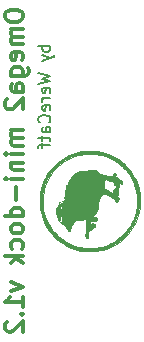
<source format=gbo>
G04 #@! TF.FileFunction,Legend,Bot*
%FSLAX46Y46*%
G04 Gerber Fmt 4.6, Leading zero omitted, Abs format (unit mm)*
G04 Created by KiCad (PCBNEW 4.0.5) date 02/24/17 16:37:27*
%MOMM*%
%LPD*%
G01*
G04 APERTURE LIST*
%ADD10C,0.100000*%
%ADD11C,0.200000*%
%ADD12C,0.300000*%
%ADD13C,0.010000*%
G04 APERTURE END LIST*
D10*
D11*
X121102381Y-102441904D02*
X120102381Y-102441904D01*
X120483333Y-102441904D02*
X120435714Y-102537142D01*
X120435714Y-102727619D01*
X120483333Y-102822857D01*
X120530952Y-102870476D01*
X120626190Y-102918095D01*
X120911905Y-102918095D01*
X121007143Y-102870476D01*
X121054762Y-102822857D01*
X121102381Y-102727619D01*
X121102381Y-102537142D01*
X121054762Y-102441904D01*
X120435714Y-103251428D02*
X121102381Y-103489523D01*
X120435714Y-103727619D02*
X121102381Y-103489523D01*
X121340476Y-103394285D01*
X121388095Y-103346666D01*
X121435714Y-103251428D01*
X120102381Y-104775238D02*
X121102381Y-105013333D01*
X120388095Y-105203810D01*
X121102381Y-105394286D01*
X120102381Y-105632381D01*
X121054762Y-106394286D02*
X121102381Y-106299048D01*
X121102381Y-106108571D01*
X121054762Y-106013333D01*
X120959524Y-105965714D01*
X120578571Y-105965714D01*
X120483333Y-106013333D01*
X120435714Y-106108571D01*
X120435714Y-106299048D01*
X120483333Y-106394286D01*
X120578571Y-106441905D01*
X120673810Y-106441905D01*
X120769048Y-105965714D01*
X121102381Y-106870476D02*
X120435714Y-106870476D01*
X120626190Y-106870476D02*
X120530952Y-106918095D01*
X120483333Y-106965714D01*
X120435714Y-107060952D01*
X120435714Y-107156191D01*
X121054762Y-107870477D02*
X121102381Y-107775239D01*
X121102381Y-107584762D01*
X121054762Y-107489524D01*
X120959524Y-107441905D01*
X120578571Y-107441905D01*
X120483333Y-107489524D01*
X120435714Y-107584762D01*
X120435714Y-107775239D01*
X120483333Y-107870477D01*
X120578571Y-107918096D01*
X120673810Y-107918096D01*
X120769048Y-107441905D01*
X121007143Y-108918096D02*
X121054762Y-108870477D01*
X121102381Y-108727620D01*
X121102381Y-108632382D01*
X121054762Y-108489524D01*
X120959524Y-108394286D01*
X120864286Y-108346667D01*
X120673810Y-108299048D01*
X120530952Y-108299048D01*
X120340476Y-108346667D01*
X120245238Y-108394286D01*
X120150000Y-108489524D01*
X120102381Y-108632382D01*
X120102381Y-108727620D01*
X120150000Y-108870477D01*
X120197619Y-108918096D01*
X121102381Y-109775239D02*
X120578571Y-109775239D01*
X120483333Y-109727620D01*
X120435714Y-109632382D01*
X120435714Y-109441905D01*
X120483333Y-109346667D01*
X121054762Y-109775239D02*
X121102381Y-109680001D01*
X121102381Y-109441905D01*
X121054762Y-109346667D01*
X120959524Y-109299048D01*
X120864286Y-109299048D01*
X120769048Y-109346667D01*
X120721429Y-109441905D01*
X120721429Y-109680001D01*
X120673810Y-109775239D01*
X120435714Y-110108572D02*
X120435714Y-110489524D01*
X120102381Y-110251429D02*
X120959524Y-110251429D01*
X121054762Y-110299048D01*
X121102381Y-110394286D01*
X121102381Y-110489524D01*
X120435714Y-110680001D02*
X120435714Y-111060953D01*
X121102381Y-110822858D02*
X120245238Y-110822858D01*
X120150000Y-110870477D01*
X120102381Y-110965715D01*
X120102381Y-111060953D01*
D12*
X117288571Y-99744286D02*
X117288571Y-100030000D01*
X117360000Y-100172858D01*
X117502857Y-100315715D01*
X117788571Y-100387143D01*
X118288571Y-100387143D01*
X118574286Y-100315715D01*
X118717143Y-100172858D01*
X118788571Y-100030000D01*
X118788571Y-99744286D01*
X118717143Y-99601429D01*
X118574286Y-99458572D01*
X118288571Y-99387143D01*
X117788571Y-99387143D01*
X117502857Y-99458572D01*
X117360000Y-99601429D01*
X117288571Y-99744286D01*
X118788571Y-101030001D02*
X117788571Y-101030001D01*
X117931429Y-101030001D02*
X117860000Y-101101429D01*
X117788571Y-101244287D01*
X117788571Y-101458572D01*
X117860000Y-101601429D01*
X118002857Y-101672858D01*
X118788571Y-101672858D01*
X118002857Y-101672858D02*
X117860000Y-101744287D01*
X117788571Y-101887144D01*
X117788571Y-102101429D01*
X117860000Y-102244287D01*
X118002857Y-102315715D01*
X118788571Y-102315715D01*
X118717143Y-103601429D02*
X118788571Y-103458572D01*
X118788571Y-103172858D01*
X118717143Y-103030001D01*
X118574286Y-102958572D01*
X118002857Y-102958572D01*
X117860000Y-103030001D01*
X117788571Y-103172858D01*
X117788571Y-103458572D01*
X117860000Y-103601429D01*
X118002857Y-103672858D01*
X118145714Y-103672858D01*
X118288571Y-102958572D01*
X117788571Y-104958572D02*
X119002857Y-104958572D01*
X119145714Y-104887143D01*
X119217143Y-104815715D01*
X119288571Y-104672858D01*
X119288571Y-104458572D01*
X119217143Y-104315715D01*
X118717143Y-104958572D02*
X118788571Y-104815715D01*
X118788571Y-104530001D01*
X118717143Y-104387143D01*
X118645714Y-104315715D01*
X118502857Y-104244286D01*
X118074286Y-104244286D01*
X117931429Y-104315715D01*
X117860000Y-104387143D01*
X117788571Y-104530001D01*
X117788571Y-104815715D01*
X117860000Y-104958572D01*
X118788571Y-106315715D02*
X118002857Y-106315715D01*
X117860000Y-106244286D01*
X117788571Y-106101429D01*
X117788571Y-105815715D01*
X117860000Y-105672858D01*
X118717143Y-106315715D02*
X118788571Y-106172858D01*
X118788571Y-105815715D01*
X118717143Y-105672858D01*
X118574286Y-105601429D01*
X118431429Y-105601429D01*
X118288571Y-105672858D01*
X118217143Y-105815715D01*
X118217143Y-106172858D01*
X118145714Y-106315715D01*
X117431429Y-106958572D02*
X117360000Y-107030001D01*
X117288571Y-107172858D01*
X117288571Y-107530001D01*
X117360000Y-107672858D01*
X117431429Y-107744287D01*
X117574286Y-107815715D01*
X117717143Y-107815715D01*
X117931429Y-107744287D01*
X118788571Y-106887144D01*
X118788571Y-107815715D01*
X118788571Y-109601429D02*
X117788571Y-109601429D01*
X117931429Y-109601429D02*
X117860000Y-109672857D01*
X117788571Y-109815715D01*
X117788571Y-110030000D01*
X117860000Y-110172857D01*
X118002857Y-110244286D01*
X118788571Y-110244286D01*
X118002857Y-110244286D02*
X117860000Y-110315715D01*
X117788571Y-110458572D01*
X117788571Y-110672857D01*
X117860000Y-110815715D01*
X118002857Y-110887143D01*
X118788571Y-110887143D01*
X118788571Y-111601429D02*
X117788571Y-111601429D01*
X117288571Y-111601429D02*
X117360000Y-111530000D01*
X117431429Y-111601429D01*
X117360000Y-111672857D01*
X117288571Y-111601429D01*
X117431429Y-111601429D01*
X117788571Y-112315715D02*
X118788571Y-112315715D01*
X117931429Y-112315715D02*
X117860000Y-112387143D01*
X117788571Y-112530001D01*
X117788571Y-112744286D01*
X117860000Y-112887143D01*
X118002857Y-112958572D01*
X118788571Y-112958572D01*
X118788571Y-113672858D02*
X117788571Y-113672858D01*
X117288571Y-113672858D02*
X117360000Y-113601429D01*
X117431429Y-113672858D01*
X117360000Y-113744286D01*
X117288571Y-113672858D01*
X117431429Y-113672858D01*
X118217143Y-114387144D02*
X118217143Y-115530001D01*
X118788571Y-116887144D02*
X117288571Y-116887144D01*
X118717143Y-116887144D02*
X118788571Y-116744287D01*
X118788571Y-116458573D01*
X118717143Y-116315715D01*
X118645714Y-116244287D01*
X118502857Y-116172858D01*
X118074286Y-116172858D01*
X117931429Y-116244287D01*
X117860000Y-116315715D01*
X117788571Y-116458573D01*
X117788571Y-116744287D01*
X117860000Y-116887144D01*
X118788571Y-117815716D02*
X118717143Y-117672858D01*
X118645714Y-117601430D01*
X118502857Y-117530001D01*
X118074286Y-117530001D01*
X117931429Y-117601430D01*
X117860000Y-117672858D01*
X117788571Y-117815716D01*
X117788571Y-118030001D01*
X117860000Y-118172858D01*
X117931429Y-118244287D01*
X118074286Y-118315716D01*
X118502857Y-118315716D01*
X118645714Y-118244287D01*
X118717143Y-118172858D01*
X118788571Y-118030001D01*
X118788571Y-117815716D01*
X118717143Y-119601430D02*
X118788571Y-119458573D01*
X118788571Y-119172859D01*
X118717143Y-119030001D01*
X118645714Y-118958573D01*
X118502857Y-118887144D01*
X118074286Y-118887144D01*
X117931429Y-118958573D01*
X117860000Y-119030001D01*
X117788571Y-119172859D01*
X117788571Y-119458573D01*
X117860000Y-119601430D01*
X118788571Y-120244287D02*
X117288571Y-120244287D01*
X118217143Y-120387144D02*
X118788571Y-120815715D01*
X117788571Y-120815715D02*
X118360000Y-120244287D01*
X117788571Y-122458573D02*
X118788571Y-122815716D01*
X117788571Y-123172858D01*
X118788571Y-124530001D02*
X118788571Y-123672858D01*
X118788571Y-124101430D02*
X117288571Y-124101430D01*
X117502857Y-123958573D01*
X117645714Y-123815715D01*
X117717143Y-123672858D01*
X118645714Y-125172858D02*
X118717143Y-125244286D01*
X118788571Y-125172858D01*
X118717143Y-125101429D01*
X118645714Y-125172858D01*
X118788571Y-125172858D01*
X117431429Y-125815715D02*
X117360000Y-125887144D01*
X117288571Y-126030001D01*
X117288571Y-126387144D01*
X117360000Y-126530001D01*
X117431429Y-126601430D01*
X117574286Y-126672858D01*
X117717143Y-126672858D01*
X117931429Y-126601430D01*
X118788571Y-125744287D01*
X118788571Y-126672858D01*
D13*
G36*
X120193710Y-115710708D02*
X120195636Y-115805146D01*
X120198854Y-115888176D01*
X120203388Y-115955391D01*
X120203450Y-115956080D01*
X120239085Y-116238430D01*
X120294382Y-116519308D01*
X120368681Y-116797009D01*
X120461328Y-117069828D01*
X120571664Y-117336062D01*
X120699032Y-117594005D01*
X120842775Y-117841953D01*
X121002236Y-118078203D01*
X121042901Y-118133143D01*
X121170468Y-118293209D01*
X121310874Y-118452692D01*
X121460314Y-118607806D01*
X121614981Y-118754764D01*
X121771071Y-118889782D01*
X121920000Y-119005586D01*
X122154375Y-119166660D01*
X122392048Y-119308966D01*
X122636011Y-119434056D01*
X122889256Y-119543481D01*
X123118880Y-119626951D01*
X123388162Y-119706912D01*
X123662247Y-119768241D01*
X123943484Y-119811429D01*
X124053600Y-119823272D01*
X124126295Y-119828607D01*
X124213754Y-119832443D01*
X124312153Y-119834821D01*
X124417671Y-119835785D01*
X124526486Y-119835375D01*
X124634776Y-119833634D01*
X124738720Y-119830603D01*
X124834495Y-119826324D01*
X124918279Y-119820840D01*
X124986251Y-119814191D01*
X124996037Y-119812938D01*
X125293204Y-119763547D01*
X125581132Y-119696089D01*
X125860040Y-119610482D01*
X126130150Y-119506645D01*
X126391679Y-119384495D01*
X126644847Y-119243951D01*
X126822920Y-119130757D01*
X127063570Y-118957212D01*
X127290560Y-118768724D01*
X127503471Y-118565761D01*
X127701882Y-118348795D01*
X127885374Y-118118296D01*
X128053528Y-117874732D01*
X128205923Y-117618575D01*
X128255582Y-117525800D01*
X128379798Y-117265152D01*
X128485866Y-116995934D01*
X128573426Y-116719389D01*
X128642122Y-116436765D01*
X128691595Y-116149305D01*
X128716830Y-115919886D01*
X128720589Y-115859102D01*
X128723289Y-115783153D01*
X128724962Y-115696026D01*
X128725635Y-115601709D01*
X128725338Y-115504189D01*
X128724102Y-115407453D01*
X128721955Y-115315488D01*
X128718926Y-115232282D01*
X128715046Y-115161821D01*
X128710872Y-115112800D01*
X128681401Y-114901626D01*
X128638526Y-114681924D01*
X128583641Y-114459091D01*
X128518138Y-114238526D01*
X128443409Y-114025628D01*
X128406018Y-113931022D01*
X128332502Y-113765368D01*
X128245743Y-113592966D01*
X128148791Y-113419211D01*
X128044694Y-113249500D01*
X127936504Y-113089228D01*
X127907837Y-113049437D01*
X127776732Y-112881056D01*
X127629831Y-112712101D01*
X127471135Y-112546576D01*
X127304646Y-112388489D01*
X127134363Y-112241846D01*
X126986458Y-112126850D01*
X126748819Y-111964141D01*
X126500244Y-111817850D01*
X126242191Y-111688537D01*
X125976122Y-111576762D01*
X125703494Y-111483086D01*
X125425768Y-111408068D01*
X125144403Y-111352268D01*
X124878639Y-111317911D01*
X124792578Y-111311469D01*
X124691305Y-111306853D01*
X124579844Y-111304064D01*
X124463220Y-111303100D01*
X124378845Y-111303723D01*
X124378845Y-111568609D01*
X124476258Y-111568942D01*
X124576133Y-111570612D01*
X124674249Y-111573538D01*
X124766387Y-111577640D01*
X124848326Y-111582835D01*
X124915844Y-111589043D01*
X124937520Y-111591743D01*
X125229304Y-111641426D01*
X125511299Y-111708909D01*
X125783608Y-111794243D01*
X126046336Y-111897480D01*
X126299587Y-112018670D01*
X126543466Y-112157866D01*
X126778076Y-112315119D01*
X127003522Y-112490480D01*
X127219907Y-112684001D01*
X127286366Y-112748885D01*
X127482419Y-112958353D01*
X127661519Y-113178972D01*
X127823491Y-113410427D01*
X127968158Y-113652404D01*
X128095345Y-113904588D01*
X128204875Y-114166665D01*
X128296571Y-114438319D01*
X128356574Y-114660680D01*
X128374507Y-114737695D01*
X128390218Y-114811542D01*
X128404215Y-114885539D01*
X128417007Y-114963009D01*
X128429103Y-115047272D01*
X128441012Y-115141648D01*
X128453243Y-115249459D01*
X128466305Y-115374026D01*
X128467120Y-115382040D01*
X128469469Y-115423285D01*
X128470166Y-115480733D01*
X128469371Y-115550345D01*
X128467239Y-115628085D01*
X128463930Y-115709915D01*
X128459602Y-115791797D01*
X128454413Y-115869695D01*
X128448520Y-115939571D01*
X128443457Y-115986560D01*
X128424760Y-116126974D01*
X128404445Y-116253844D01*
X128381287Y-116373937D01*
X128354064Y-116494026D01*
X128345325Y-116529454D01*
X128266306Y-116803436D01*
X128168894Y-117069093D01*
X128053467Y-117325883D01*
X127920404Y-117573262D01*
X127770083Y-117810684D01*
X127602883Y-118037607D01*
X127419183Y-118253486D01*
X127219360Y-118457778D01*
X127003794Y-118649938D01*
X126772863Y-118829423D01*
X126717397Y-118869007D01*
X126486159Y-119019007D01*
X126243733Y-119152216D01*
X125990760Y-119268365D01*
X125727881Y-119367185D01*
X125455736Y-119448406D01*
X125196600Y-119507577D01*
X124960362Y-119545202D01*
X124714888Y-119567885D01*
X124464713Y-119575625D01*
X124214371Y-119568423D01*
X123968397Y-119546278D01*
X123731326Y-119509189D01*
X123723400Y-119507651D01*
X123441781Y-119442746D01*
X123169598Y-119359971D01*
X122907038Y-119259406D01*
X122654290Y-119141128D01*
X122411542Y-119005216D01*
X122230003Y-118887524D01*
X121993420Y-118712526D01*
X121771751Y-118523988D01*
X121565302Y-118322233D01*
X121374382Y-118107587D01*
X121199297Y-117880374D01*
X121040354Y-117640917D01*
X121024378Y-117614687D01*
X120886686Y-117367273D01*
X120767765Y-117112089D01*
X120667610Y-116849124D01*
X120586219Y-116578367D01*
X120523588Y-116299809D01*
X120479714Y-116013438D01*
X120466480Y-115886410D01*
X120462301Y-115821695D01*
X120459705Y-115741846D01*
X120458612Y-115651085D01*
X120458941Y-115553637D01*
X120460610Y-115453727D01*
X120463538Y-115355577D01*
X120467645Y-115263412D01*
X120472848Y-115181457D01*
X120479067Y-115113935D01*
X120481743Y-115092480D01*
X120531308Y-114800981D01*
X120598484Y-114519596D01*
X120683344Y-114248168D01*
X120785964Y-113986544D01*
X120906419Y-113734568D01*
X121044784Y-113492086D01*
X121201133Y-113258943D01*
X121375541Y-113034984D01*
X121568083Y-112820055D01*
X121594788Y-112792423D01*
X121790413Y-112602736D01*
X121989670Y-112431709D01*
X122194728Y-112277738D01*
X122407754Y-112139214D01*
X122630916Y-112014532D01*
X122675126Y-111992032D01*
X122926953Y-111875581D01*
X123180227Y-111778323D01*
X123437327Y-111699584D01*
X123700630Y-111638692D01*
X123972516Y-111594973D01*
X124143589Y-111576451D01*
X124208290Y-111572282D01*
X124288116Y-111569696D01*
X124378845Y-111568609D01*
X124378845Y-111303723D01*
X124346459Y-111303963D01*
X124234585Y-111306653D01*
X124132623Y-111311169D01*
X124045599Y-111317511D01*
X124041360Y-111317911D01*
X123755470Y-111355449D01*
X123473025Y-111412746D01*
X123195005Y-111489389D01*
X122922387Y-111584968D01*
X122656151Y-111699072D01*
X122397275Y-111831289D01*
X122146737Y-111981207D01*
X121905518Y-112148416D01*
X121721880Y-112292721D01*
X121597540Y-112401507D01*
X121469230Y-112524201D01*
X121341302Y-112656175D01*
X121218109Y-112792799D01*
X121104006Y-112929445D01*
X121018881Y-113040160D01*
X120856263Y-113277982D01*
X120709956Y-113526646D01*
X120580536Y-113784652D01*
X120468578Y-114050503D01*
X120374656Y-114322702D01*
X120299348Y-114599751D01*
X120243226Y-114880152D01*
X120207911Y-115151360D01*
X120202600Y-115221679D01*
X120198434Y-115307037D01*
X120195438Y-115403027D01*
X120193636Y-115505241D01*
X120193052Y-115609270D01*
X120193710Y-115710708D01*
X120193710Y-115710708D01*
G37*
X120193710Y-115710708D02*
X120195636Y-115805146D01*
X120198854Y-115888176D01*
X120203388Y-115955391D01*
X120203450Y-115956080D01*
X120239085Y-116238430D01*
X120294382Y-116519308D01*
X120368681Y-116797009D01*
X120461328Y-117069828D01*
X120571664Y-117336062D01*
X120699032Y-117594005D01*
X120842775Y-117841953D01*
X121002236Y-118078203D01*
X121042901Y-118133143D01*
X121170468Y-118293209D01*
X121310874Y-118452692D01*
X121460314Y-118607806D01*
X121614981Y-118754764D01*
X121771071Y-118889782D01*
X121920000Y-119005586D01*
X122154375Y-119166660D01*
X122392048Y-119308966D01*
X122636011Y-119434056D01*
X122889256Y-119543481D01*
X123118880Y-119626951D01*
X123388162Y-119706912D01*
X123662247Y-119768241D01*
X123943484Y-119811429D01*
X124053600Y-119823272D01*
X124126295Y-119828607D01*
X124213754Y-119832443D01*
X124312153Y-119834821D01*
X124417671Y-119835785D01*
X124526486Y-119835375D01*
X124634776Y-119833634D01*
X124738720Y-119830603D01*
X124834495Y-119826324D01*
X124918279Y-119820840D01*
X124986251Y-119814191D01*
X124996037Y-119812938D01*
X125293204Y-119763547D01*
X125581132Y-119696089D01*
X125860040Y-119610482D01*
X126130150Y-119506645D01*
X126391679Y-119384495D01*
X126644847Y-119243951D01*
X126822920Y-119130757D01*
X127063570Y-118957212D01*
X127290560Y-118768724D01*
X127503471Y-118565761D01*
X127701882Y-118348795D01*
X127885374Y-118118296D01*
X128053528Y-117874732D01*
X128205923Y-117618575D01*
X128255582Y-117525800D01*
X128379798Y-117265152D01*
X128485866Y-116995934D01*
X128573426Y-116719389D01*
X128642122Y-116436765D01*
X128691595Y-116149305D01*
X128716830Y-115919886D01*
X128720589Y-115859102D01*
X128723289Y-115783153D01*
X128724962Y-115696026D01*
X128725635Y-115601709D01*
X128725338Y-115504189D01*
X128724102Y-115407453D01*
X128721955Y-115315488D01*
X128718926Y-115232282D01*
X128715046Y-115161821D01*
X128710872Y-115112800D01*
X128681401Y-114901626D01*
X128638526Y-114681924D01*
X128583641Y-114459091D01*
X128518138Y-114238526D01*
X128443409Y-114025628D01*
X128406018Y-113931022D01*
X128332502Y-113765368D01*
X128245743Y-113592966D01*
X128148791Y-113419211D01*
X128044694Y-113249500D01*
X127936504Y-113089228D01*
X127907837Y-113049437D01*
X127776732Y-112881056D01*
X127629831Y-112712101D01*
X127471135Y-112546576D01*
X127304646Y-112388489D01*
X127134363Y-112241846D01*
X126986458Y-112126850D01*
X126748819Y-111964141D01*
X126500244Y-111817850D01*
X126242191Y-111688537D01*
X125976122Y-111576762D01*
X125703494Y-111483086D01*
X125425768Y-111408068D01*
X125144403Y-111352268D01*
X124878639Y-111317911D01*
X124792578Y-111311469D01*
X124691305Y-111306853D01*
X124579844Y-111304064D01*
X124463220Y-111303100D01*
X124378845Y-111303723D01*
X124378845Y-111568609D01*
X124476258Y-111568942D01*
X124576133Y-111570612D01*
X124674249Y-111573538D01*
X124766387Y-111577640D01*
X124848326Y-111582835D01*
X124915844Y-111589043D01*
X124937520Y-111591743D01*
X125229304Y-111641426D01*
X125511299Y-111708909D01*
X125783608Y-111794243D01*
X126046336Y-111897480D01*
X126299587Y-112018670D01*
X126543466Y-112157866D01*
X126778076Y-112315119D01*
X127003522Y-112490480D01*
X127219907Y-112684001D01*
X127286366Y-112748885D01*
X127482419Y-112958353D01*
X127661519Y-113178972D01*
X127823491Y-113410427D01*
X127968158Y-113652404D01*
X128095345Y-113904588D01*
X128204875Y-114166665D01*
X128296571Y-114438319D01*
X128356574Y-114660680D01*
X128374507Y-114737695D01*
X128390218Y-114811542D01*
X128404215Y-114885539D01*
X128417007Y-114963009D01*
X128429103Y-115047272D01*
X128441012Y-115141648D01*
X128453243Y-115249459D01*
X128466305Y-115374026D01*
X128467120Y-115382040D01*
X128469469Y-115423285D01*
X128470166Y-115480733D01*
X128469371Y-115550345D01*
X128467239Y-115628085D01*
X128463930Y-115709915D01*
X128459602Y-115791797D01*
X128454413Y-115869695D01*
X128448520Y-115939571D01*
X128443457Y-115986560D01*
X128424760Y-116126974D01*
X128404445Y-116253844D01*
X128381287Y-116373937D01*
X128354064Y-116494026D01*
X128345325Y-116529454D01*
X128266306Y-116803436D01*
X128168894Y-117069093D01*
X128053467Y-117325883D01*
X127920404Y-117573262D01*
X127770083Y-117810684D01*
X127602883Y-118037607D01*
X127419183Y-118253486D01*
X127219360Y-118457778D01*
X127003794Y-118649938D01*
X126772863Y-118829423D01*
X126717397Y-118869007D01*
X126486159Y-119019007D01*
X126243733Y-119152216D01*
X125990760Y-119268365D01*
X125727881Y-119367185D01*
X125455736Y-119448406D01*
X125196600Y-119507577D01*
X124960362Y-119545202D01*
X124714888Y-119567885D01*
X124464713Y-119575625D01*
X124214371Y-119568423D01*
X123968397Y-119546278D01*
X123731326Y-119509189D01*
X123723400Y-119507651D01*
X123441781Y-119442746D01*
X123169598Y-119359971D01*
X122907038Y-119259406D01*
X122654290Y-119141128D01*
X122411542Y-119005216D01*
X122230003Y-118887524D01*
X121993420Y-118712526D01*
X121771751Y-118523988D01*
X121565302Y-118322233D01*
X121374382Y-118107587D01*
X121199297Y-117880374D01*
X121040354Y-117640917D01*
X121024378Y-117614687D01*
X120886686Y-117367273D01*
X120767765Y-117112089D01*
X120667610Y-116849124D01*
X120586219Y-116578367D01*
X120523588Y-116299809D01*
X120479714Y-116013438D01*
X120466480Y-115886410D01*
X120462301Y-115821695D01*
X120459705Y-115741846D01*
X120458612Y-115651085D01*
X120458941Y-115553637D01*
X120460610Y-115453727D01*
X120463538Y-115355577D01*
X120467645Y-115263412D01*
X120472848Y-115181457D01*
X120479067Y-115113935D01*
X120481743Y-115092480D01*
X120531308Y-114800981D01*
X120598484Y-114519596D01*
X120683344Y-114248168D01*
X120785964Y-113986544D01*
X120906419Y-113734568D01*
X121044784Y-113492086D01*
X121201133Y-113258943D01*
X121375541Y-113034984D01*
X121568083Y-112820055D01*
X121594788Y-112792423D01*
X121790413Y-112602736D01*
X121989670Y-112431709D01*
X122194728Y-112277738D01*
X122407754Y-112139214D01*
X122630916Y-112014532D01*
X122675126Y-111992032D01*
X122926953Y-111875581D01*
X123180227Y-111778323D01*
X123437327Y-111699584D01*
X123700630Y-111638692D01*
X123972516Y-111594973D01*
X124143589Y-111576451D01*
X124208290Y-111572282D01*
X124288116Y-111569696D01*
X124378845Y-111568609D01*
X124378845Y-111303723D01*
X124346459Y-111303963D01*
X124234585Y-111306653D01*
X124132623Y-111311169D01*
X124045599Y-111317511D01*
X124041360Y-111317911D01*
X123755470Y-111355449D01*
X123473025Y-111412746D01*
X123195005Y-111489389D01*
X122922387Y-111584968D01*
X122656151Y-111699072D01*
X122397275Y-111831289D01*
X122146737Y-111981207D01*
X121905518Y-112148416D01*
X121721880Y-112292721D01*
X121597540Y-112401507D01*
X121469230Y-112524201D01*
X121341302Y-112656175D01*
X121218109Y-112792799D01*
X121104006Y-112929445D01*
X121018881Y-113040160D01*
X120856263Y-113277982D01*
X120709956Y-113526646D01*
X120580536Y-113784652D01*
X120468578Y-114050503D01*
X120374656Y-114322702D01*
X120299348Y-114599751D01*
X120243226Y-114880152D01*
X120207911Y-115151360D01*
X120202600Y-115221679D01*
X120198434Y-115307037D01*
X120195438Y-115403027D01*
X120193636Y-115505241D01*
X120193052Y-115609270D01*
X120193710Y-115710708D01*
G36*
X121986210Y-115797226D02*
X121993984Y-115832413D01*
X122007746Y-115881315D01*
X122026810Y-115941318D01*
X122031754Y-115956063D01*
X122051942Y-116018596D01*
X122071371Y-116083881D01*
X122088190Y-116145359D01*
X122100553Y-116196470D01*
X122103355Y-116210028D01*
X122126974Y-116370126D01*
X122138756Y-116542867D01*
X122138775Y-116724431D01*
X122127105Y-116911001D01*
X122103822Y-117098755D01*
X122083779Y-117213100D01*
X122073656Y-117260642D01*
X122062932Y-117304168D01*
X122053187Y-117337544D01*
X122048416Y-117350260D01*
X122031701Y-117390888D01*
X122025127Y-117417975D01*
X122028137Y-117435257D01*
X122034621Y-117442726D01*
X122047294Y-117452640D01*
X122073129Y-117472648D01*
X122109173Y-117500469D01*
X122152471Y-117533822D01*
X122190482Y-117563058D01*
X122258919Y-117616368D01*
X122313250Y-117660626D01*
X122356053Y-117698382D01*
X122389902Y-117732187D01*
X122417375Y-117764592D01*
X122441049Y-117798145D01*
X122460756Y-117830600D01*
X122508335Y-117911715D01*
X122548572Y-117976228D01*
X122582965Y-118025832D01*
X122613010Y-118062221D01*
X122640203Y-118087091D01*
X122666042Y-118102135D01*
X122692024Y-118109048D01*
X122707563Y-118109999D01*
X122735997Y-118105985D01*
X122753574Y-118099596D01*
X122768725Y-118081847D01*
X122783904Y-118046175D01*
X122798497Y-117994965D01*
X122811890Y-117930603D01*
X122823470Y-117855476D01*
X122829471Y-117804530D01*
X122836997Y-117765181D01*
X122849543Y-117728165D01*
X122857256Y-117713090D01*
X122874307Y-117682529D01*
X122892757Y-117644586D01*
X122900730Y-117626371D01*
X122921513Y-117586352D01*
X122953311Y-117537343D01*
X122993434Y-117482474D01*
X123039191Y-117424876D01*
X123087891Y-117367681D01*
X123136845Y-117314018D01*
X123183360Y-117267019D01*
X123224747Y-117229815D01*
X123258314Y-117205537D01*
X123265839Y-117201532D01*
X123285146Y-117194934D01*
X123314423Y-117189323D01*
X123356109Y-117184429D01*
X123412645Y-117179979D01*
X123486470Y-117175702D01*
X123507229Y-117174661D01*
X123614866Y-117169092D01*
X123704407Y-117163714D01*
X123778069Y-117158279D01*
X123838070Y-117152537D01*
X123886629Y-117146240D01*
X123925964Y-117139140D01*
X123958293Y-117130988D01*
X123985834Y-117121536D01*
X123987560Y-117120851D01*
X124042107Y-117100712D01*
X124080810Y-117090569D01*
X124105373Y-117090176D01*
X124117502Y-117099287D01*
X124118517Y-117101987D01*
X124120010Y-117115883D01*
X124121995Y-117147679D01*
X124124366Y-117194962D01*
X124127016Y-117255322D01*
X124129840Y-117326347D01*
X124132731Y-117405625D01*
X124135403Y-117485160D01*
X124138269Y-117586204D01*
X124140477Y-117689438D01*
X124142037Y-117792701D01*
X124142960Y-117893836D01*
X124143257Y-117990685D01*
X124142939Y-118081090D01*
X124142017Y-118162893D01*
X124140502Y-118233935D01*
X124138404Y-118292059D01*
X124135735Y-118335107D01*
X124132505Y-118360919D01*
X124130960Y-118366153D01*
X124114937Y-118384087D01*
X124105003Y-118389208D01*
X124085276Y-118404963D01*
X124070539Y-118434429D01*
X124063873Y-118471085D01*
X124063759Y-118476455D01*
X124069647Y-118502944D01*
X124088298Y-118517856D01*
X124103929Y-118527646D01*
X124114381Y-118542632D01*
X124120646Y-118566592D01*
X124123715Y-118603305D01*
X124124581Y-118656100D01*
X124124720Y-118739920D01*
X124204425Y-118739920D01*
X124236821Y-118740042D01*
X124262709Y-118739046D01*
X124282816Y-118734889D01*
X124297871Y-118725526D01*
X124308600Y-118708913D01*
X124315733Y-118683006D01*
X124319997Y-118645762D01*
X124322121Y-118595137D01*
X124322831Y-118529086D01*
X124322858Y-118445566D01*
X124322840Y-118407472D01*
X124322840Y-118117991D01*
X124388393Y-118078307D01*
X124429882Y-118055439D01*
X124473775Y-118034738D01*
X124507897Y-118021617D01*
X124543038Y-118007549D01*
X124572772Y-117987290D01*
X124604325Y-117955687D01*
X124611026Y-117948085D01*
X124647052Y-117910501D01*
X124689752Y-117871835D01*
X124734977Y-117835260D01*
X124778576Y-117803952D01*
X124816400Y-117781087D01*
X124843884Y-117769925D01*
X124876440Y-117755388D01*
X124898515Y-117726672D01*
X124911676Y-117681544D01*
X124913263Y-117671189D01*
X124912594Y-117610246D01*
X124894601Y-117556794D01*
X124861593Y-117513090D01*
X124815880Y-117481393D01*
X124759774Y-117463959D01*
X124699818Y-117462575D01*
X124652005Y-117471054D01*
X124610089Y-117487629D01*
X124568259Y-117515322D01*
X124523976Y-117554050D01*
X124496977Y-117577871D01*
X124475469Y-117593688D01*
X124463583Y-117598518D01*
X124462910Y-117598137D01*
X124462225Y-117585437D01*
X124468206Y-117560721D01*
X124474294Y-117543216D01*
X124495758Y-117483371D01*
X124507343Y-117438528D01*
X124508634Y-117405707D01*
X124499213Y-117381927D01*
X124478665Y-117364209D01*
X124447283Y-117349836D01*
X124415728Y-117337058D01*
X124397742Y-117326861D01*
X124394345Y-117318920D01*
X124406556Y-117312913D01*
X124435393Y-117308515D01*
X124481877Y-117305403D01*
X124547026Y-117303254D01*
X124597160Y-117302264D01*
X124692365Y-117299761D01*
X124770067Y-117295403D01*
X124833036Y-117288719D01*
X124884040Y-117279235D01*
X124925850Y-117266479D01*
X124961234Y-117249978D01*
X124982998Y-117236405D01*
X125017112Y-117210253D01*
X125037490Y-117185339D01*
X125046791Y-117155554D01*
X125047673Y-117114791D01*
X125046061Y-117091573D01*
X125035955Y-117028015D01*
X125017990Y-116978337D01*
X124993151Y-116944800D01*
X124977563Y-116934357D01*
X124933144Y-116917833D01*
X124875627Y-116902952D01*
X124812234Y-116891318D01*
X124754640Y-116884841D01*
X124713858Y-116881474D01*
X124678270Y-116877794D01*
X124655163Y-116874560D01*
X124654197Y-116874369D01*
X124629954Y-116869398D01*
X124659277Y-116838341D01*
X124677917Y-116820021D01*
X124708044Y-116792005D01*
X124745751Y-116757863D01*
X124787134Y-116721165D01*
X124794354Y-116714842D01*
X124874055Y-116640367D01*
X124940537Y-116566594D01*
X124996781Y-116489059D01*
X125045764Y-116403299D01*
X125090467Y-116304848D01*
X125121051Y-116225320D01*
X125154245Y-116133880D01*
X125161260Y-115874800D01*
X125164345Y-115780216D01*
X125167999Y-115702416D01*
X125172159Y-115642307D01*
X125176766Y-115600796D01*
X125181215Y-115580160D01*
X125189895Y-115558460D01*
X125205132Y-115522513D01*
X125225088Y-115476574D01*
X125247924Y-115424901D01*
X125258877Y-115400405D01*
X125281201Y-115349842D01*
X125300194Y-115305245D01*
X125314406Y-115270144D01*
X125322389Y-115248067D01*
X125323600Y-115242789D01*
X125330050Y-115224098D01*
X125347370Y-115194843D01*
X125372514Y-115159268D01*
X125402436Y-115121615D01*
X125434089Y-115086130D01*
X125441591Y-115078422D01*
X125479780Y-115043303D01*
X125522502Y-115009372D01*
X125565576Y-114979411D01*
X125604821Y-114956207D01*
X125636058Y-114942541D01*
X125649307Y-114940080D01*
X125691255Y-114945849D01*
X125746802Y-114962483D01*
X125813058Y-114988967D01*
X125882233Y-115021792D01*
X125937191Y-115050256D01*
X126000287Y-115083929D01*
X126069228Y-115121494D01*
X126141721Y-115161638D01*
X126215472Y-115203044D01*
X126288188Y-115244396D01*
X126357575Y-115284379D01*
X126421341Y-115321678D01*
X126477190Y-115354976D01*
X126522831Y-115382958D01*
X126555969Y-115404308D01*
X126574312Y-115417712D01*
X126576743Y-115420188D01*
X126587105Y-115441277D01*
X126598857Y-115476298D01*
X126610063Y-115519135D01*
X126614348Y-115539010D01*
X126623981Y-115581880D01*
X126634045Y-115618245D01*
X126642951Y-115642671D01*
X126646383Y-115648601D01*
X126670361Y-115667114D01*
X126704923Y-115682694D01*
X126740363Y-115691299D01*
X126750396Y-115691920D01*
X126769823Y-115688057D01*
X126783509Y-115674307D01*
X126793130Y-115647424D01*
X126800361Y-115604164D01*
X126801760Y-115592453D01*
X126809281Y-115549573D01*
X126823155Y-115512499D01*
X126847110Y-115471590D01*
X126850471Y-115466516D01*
X126876117Y-115423777D01*
X126890392Y-115387264D01*
X126896252Y-115351917D01*
X126897572Y-115326764D01*
X126894979Y-115307236D01*
X126885883Y-115289935D01*
X126867695Y-115271462D01*
X126837827Y-115248417D01*
X126793884Y-115217539D01*
X126762094Y-115191711D01*
X126743661Y-115165271D01*
X126735714Y-115142814D01*
X126728572Y-115107252D01*
X126731959Y-115085632D01*
X126747563Y-115073599D01*
X126764323Y-115069003D01*
X126793716Y-115057777D01*
X126821275Y-115039618D01*
X126847996Y-115016280D01*
X126851595Y-114813080D01*
X126855874Y-114686262D01*
X126864136Y-114576379D01*
X126876759Y-114480365D01*
X126894120Y-114395156D01*
X126910332Y-114336966D01*
X126921745Y-114297467D01*
X126926656Y-114268046D01*
X126925706Y-114239757D01*
X126919778Y-114204886D01*
X126913503Y-114165461D01*
X126909176Y-114123017D01*
X126907046Y-114082951D01*
X126907361Y-114050661D01*
X126910366Y-114031546D01*
X126911735Y-114029278D01*
X126921650Y-114032573D01*
X126944837Y-114045349D01*
X126977825Y-114065569D01*
X127016778Y-114090950D01*
X127057945Y-114117313D01*
X127094772Y-114138772D01*
X127123065Y-114153014D01*
X127138047Y-114157760D01*
X127166114Y-114149783D01*
X127185539Y-114125262D01*
X127196799Y-114083310D01*
X127200096Y-114042561D01*
X127199919Y-114001250D01*
X127197238Y-113963865D01*
X127192830Y-113939320D01*
X127177814Y-113913553D01*
X127152414Y-113888364D01*
X127145643Y-113883440D01*
X127123605Y-113867011D01*
X127090711Y-113840563D01*
X127051251Y-113807623D01*
X127009515Y-113771719D01*
X127005742Y-113768417D01*
X126920471Y-113695544D01*
X126845377Y-113635582D01*
X126777258Y-113586144D01*
X126712916Y-113544843D01*
X126682500Y-113527244D01*
X126641854Y-113502632D01*
X126614861Y-113482187D01*
X126603887Y-113467734D01*
X126603760Y-113466515D01*
X126606601Y-113447419D01*
X126613835Y-113417543D01*
X126618890Y-113399914D01*
X126630846Y-113353653D01*
X126633103Y-113320319D01*
X126624847Y-113294566D01*
X126605264Y-113271046D01*
X126598326Y-113264732D01*
X126562402Y-113240359D01*
X126529409Y-113233728D01*
X126498535Y-113245365D01*
X126468963Y-113275798D01*
X126439880Y-113325551D01*
X126415008Y-113383236D01*
X126377660Y-113479625D01*
X126291229Y-113472612D01*
X126191188Y-113461664D01*
X126072439Y-113443531D01*
X125934892Y-113418199D01*
X125782616Y-113386518D01*
X125782616Y-113754060D01*
X126127353Y-113840660D01*
X126219884Y-113864010D01*
X126294568Y-113883163D01*
X126353309Y-113898703D01*
X126398007Y-113911217D01*
X126430567Y-113921292D01*
X126452890Y-113929514D01*
X126466878Y-113936469D01*
X126474434Y-113942743D01*
X126477368Y-113948530D01*
X126478716Y-113968238D01*
X126477626Y-114001772D01*
X126474352Y-114042817D01*
X126473065Y-114054921D01*
X126468780Y-114110454D01*
X126469851Y-114151289D01*
X126473342Y-114168321D01*
X126490568Y-114194368D01*
X126520663Y-114220529D01*
X126556772Y-114242039D01*
X126592039Y-114254129D01*
X126597918Y-114254952D01*
X126620513Y-114257315D01*
X126631645Y-114258698D01*
X126631700Y-114258711D01*
X126633981Y-114268864D01*
X126634655Y-114294633D01*
X126633898Y-114331392D01*
X126631889Y-114374516D01*
X126628805Y-114419380D01*
X126624823Y-114461358D01*
X126623475Y-114472744D01*
X126618280Y-114511972D01*
X126613711Y-114542526D01*
X126610515Y-114559566D01*
X126609819Y-114561486D01*
X126599450Y-114560160D01*
X126599056Y-114560046D01*
X126599056Y-114802421D01*
X126605336Y-114812998D01*
X126613518Y-114842333D01*
X126619746Y-114871548D01*
X126628508Y-114918924D01*
X126632476Y-114948984D01*
X126631769Y-114964127D01*
X126626508Y-114966754D01*
X126624456Y-114965712D01*
X126613812Y-114950040D01*
X126604122Y-114920310D01*
X126596910Y-114882777D01*
X126593700Y-114843694D01*
X126593656Y-114839326D01*
X126595042Y-114811048D01*
X126599056Y-114802421D01*
X126599056Y-114560046D01*
X126576543Y-114553477D01*
X126563427Y-114549028D01*
X126531628Y-114538668D01*
X126507894Y-114534866D01*
X126490193Y-114539891D01*
X126476490Y-114556013D01*
X126464753Y-114585503D01*
X126452947Y-114630632D01*
X126440672Y-114686080D01*
X126421899Y-114760825D01*
X126402027Y-114815625D01*
X126380909Y-114850829D01*
X126367859Y-114862519D01*
X126355504Y-114867026D01*
X126338516Y-114866553D01*
X126315038Y-114860277D01*
X126283215Y-114847373D01*
X126241189Y-114827016D01*
X126187105Y-114798384D01*
X126119107Y-114760651D01*
X126050040Y-114721413D01*
X125955656Y-114667158D01*
X125877130Y-114621391D01*
X125812471Y-114582890D01*
X125759684Y-114550433D01*
X125716780Y-114522799D01*
X125681764Y-114498765D01*
X125656340Y-114479966D01*
X125632351Y-114459040D01*
X125621222Y-114439478D01*
X125618268Y-114412391D01*
X125618240Y-114407670D01*
X125621332Y-114372248D01*
X125629202Y-114330318D01*
X125634679Y-114309464D01*
X125641026Y-114284385D01*
X125645086Y-114257109D01*
X125647032Y-114223568D01*
X125647036Y-114179692D01*
X125645271Y-114121414D01*
X125643977Y-114090123D01*
X125641494Y-114020465D01*
X125640993Y-113968720D01*
X125642538Y-113932570D01*
X125646190Y-113909700D01*
X125649005Y-113902163D01*
X125661654Y-113883945D01*
X125684498Y-113856594D01*
X125713222Y-113825200D01*
X125721895Y-113816210D01*
X125782616Y-113754060D01*
X125782616Y-113386518D01*
X125778458Y-113385652D01*
X125755756Y-113380675D01*
X125684462Y-113365521D01*
X125610813Y-113350845D01*
X125540455Y-113337707D01*
X125479032Y-113327162D01*
X125435182Y-113320648D01*
X125387279Y-113314102D01*
X125345842Y-113307804D01*
X125315603Y-113302514D01*
X125301901Y-113299254D01*
X125287746Y-113287706D01*
X125268224Y-113264426D01*
X125253347Y-113243178D01*
X125216147Y-113195378D01*
X125166680Y-113145221D01*
X125111281Y-113098526D01*
X125056286Y-113061109D01*
X125052912Y-113059157D01*
X125023767Y-113039873D01*
X125002707Y-113021053D01*
X124995652Y-113010123D01*
X124986167Y-112996827D01*
X124963415Y-112988462D01*
X124941219Y-112984928D01*
X124904844Y-112979164D01*
X124859482Y-112970172D01*
X124820680Y-112961272D01*
X124769217Y-112951650D01*
X124706327Y-112945901D01*
X124628034Y-112943688D01*
X124612400Y-112943640D01*
X124554762Y-112944000D01*
X124512670Y-112945483D01*
X124481356Y-112948691D01*
X124456052Y-112954226D01*
X124431992Y-112962691D01*
X124419360Y-112968025D01*
X124395873Y-112977517D01*
X124373228Y-112984230D01*
X124347187Y-112988671D01*
X124313510Y-112991347D01*
X124267959Y-112992764D01*
X124206846Y-112993425D01*
X124142198Y-112994331D01*
X124095817Y-112996200D01*
X124065667Y-112999205D01*
X124049713Y-113003521D01*
X124045980Y-113007140D01*
X124034936Y-113018959D01*
X124030561Y-113019840D01*
X124015394Y-113023995D01*
X123989582Y-113034544D01*
X123974840Y-113041399D01*
X123944546Y-113053271D01*
X123910158Y-113060119D01*
X123864994Y-113063048D01*
X123841974Y-113063372D01*
X123795125Y-113062081D01*
X123756661Y-113058149D01*
X123732157Y-113052181D01*
X123730251Y-113051268D01*
X123708601Y-113043925D01*
X123692410Y-113050742D01*
X123672469Y-113057701D01*
X123642806Y-113058153D01*
X123639719Y-113057793D01*
X123604245Y-113059423D01*
X123553945Y-113070766D01*
X123491340Y-113090946D01*
X123418946Y-113119088D01*
X123339282Y-113154315D01*
X123280622Y-113182680D01*
X123183299Y-113237097D01*
X123093127Y-113298671D01*
X123014442Y-113364140D01*
X122951661Y-113430142D01*
X122919464Y-113479043D01*
X122894004Y-113536097D01*
X122878410Y-113593215D01*
X122875040Y-113628133D01*
X122873880Y-113647542D01*
X122868668Y-113664195D01*
X122856798Y-113681204D01*
X122835667Y-113701680D01*
X122802673Y-113728736D01*
X122768995Y-113754895D01*
X122746471Y-113775864D01*
X122736481Y-113793125D01*
X122736731Y-113797750D01*
X122736047Y-113813664D01*
X122732350Y-113817677D01*
X122724295Y-113830395D01*
X122714954Y-113855790D01*
X122710781Y-113870735D01*
X122695595Y-113908640D01*
X122667440Y-113956415D01*
X122636687Y-113999672D01*
X122567427Y-114095876D01*
X122514522Y-114180878D01*
X122477728Y-114255199D01*
X122456801Y-114319359D01*
X122451498Y-114373879D01*
X122453333Y-114391048D01*
X122455995Y-114418383D01*
X122450620Y-114433513D01*
X122440135Y-114441182D01*
X122434696Y-114444559D01*
X122429834Y-114449660D01*
X122425130Y-114458364D01*
X122420167Y-114472549D01*
X122414524Y-114494093D01*
X122407783Y-114524874D01*
X122399525Y-114566771D01*
X122389331Y-114621661D01*
X122376782Y-114691423D01*
X122361458Y-114777935D01*
X122348108Y-114853720D01*
X122333817Y-114944508D01*
X122322126Y-115037776D01*
X122314036Y-115124919D01*
X122311414Y-115168680D01*
X122308741Y-115222726D01*
X122305809Y-115271493D01*
X122302934Y-115310365D01*
X122300429Y-115334727D01*
X122299886Y-115338070D01*
X122299061Y-115358500D01*
X122310338Y-115367063D01*
X122318146Y-115368550D01*
X122337188Y-115379843D01*
X122346258Y-115401262D01*
X122342617Y-115423944D01*
X122337420Y-115430963D01*
X122329741Y-115448177D01*
X122326404Y-115474551D01*
X122326400Y-115475511D01*
X122323178Y-115498530D01*
X122315666Y-115509423D01*
X122307094Y-115504878D01*
X122304192Y-115498298D01*
X122294102Y-115492861D01*
X122278070Y-115496385D01*
X122266506Y-115505763D01*
X122265439Y-115509866D01*
X122273502Y-115520023D01*
X122293402Y-115533846D01*
X122298459Y-115536711D01*
X122331480Y-115554745D01*
X122238239Y-115559939D01*
X122196445Y-115562996D01*
X122162558Y-115566834D01*
X122141560Y-115570826D01*
X122137486Y-115572646D01*
X122138660Y-115579063D01*
X122145738Y-115580160D01*
X122162243Y-115587982D01*
X122178053Y-115605418D01*
X122200635Y-115632172D01*
X122230307Y-115650964D01*
X122271985Y-115664255D01*
X122309799Y-115671426D01*
X122366769Y-115677189D01*
X122424312Y-115675158D01*
X122460463Y-115670696D01*
X122504891Y-115665104D01*
X122534765Y-115664007D01*
X122555366Y-115667472D01*
X122565964Y-115672030D01*
X122586215Y-115687539D01*
X122588529Y-115701347D01*
X122575272Y-115712557D01*
X122548811Y-115720274D01*
X122511511Y-115723600D01*
X122465740Y-115721639D01*
X122442666Y-115718741D01*
X122404661Y-115714649D01*
X122353063Y-115711347D01*
X122294598Y-115709170D01*
X122235986Y-115708449D01*
X122234960Y-115708452D01*
X122176856Y-115709003D01*
X122134348Y-115710685D01*
X122102718Y-115714084D01*
X122077247Y-115719788D01*
X122053218Y-115728381D01*
X122044324Y-115732160D01*
X122006019Y-115752822D01*
X121986984Y-115773195D01*
X121985110Y-115778366D01*
X121986210Y-115797226D01*
X121986210Y-115797226D01*
G37*
X121986210Y-115797226D02*
X121993984Y-115832413D01*
X122007746Y-115881315D01*
X122026810Y-115941318D01*
X122031754Y-115956063D01*
X122051942Y-116018596D01*
X122071371Y-116083881D01*
X122088190Y-116145359D01*
X122100553Y-116196470D01*
X122103355Y-116210028D01*
X122126974Y-116370126D01*
X122138756Y-116542867D01*
X122138775Y-116724431D01*
X122127105Y-116911001D01*
X122103822Y-117098755D01*
X122083779Y-117213100D01*
X122073656Y-117260642D01*
X122062932Y-117304168D01*
X122053187Y-117337544D01*
X122048416Y-117350260D01*
X122031701Y-117390888D01*
X122025127Y-117417975D01*
X122028137Y-117435257D01*
X122034621Y-117442726D01*
X122047294Y-117452640D01*
X122073129Y-117472648D01*
X122109173Y-117500469D01*
X122152471Y-117533822D01*
X122190482Y-117563058D01*
X122258919Y-117616368D01*
X122313250Y-117660626D01*
X122356053Y-117698382D01*
X122389902Y-117732187D01*
X122417375Y-117764592D01*
X122441049Y-117798145D01*
X122460756Y-117830600D01*
X122508335Y-117911715D01*
X122548572Y-117976228D01*
X122582965Y-118025832D01*
X122613010Y-118062221D01*
X122640203Y-118087091D01*
X122666042Y-118102135D01*
X122692024Y-118109048D01*
X122707563Y-118109999D01*
X122735997Y-118105985D01*
X122753574Y-118099596D01*
X122768725Y-118081847D01*
X122783904Y-118046175D01*
X122798497Y-117994965D01*
X122811890Y-117930603D01*
X122823470Y-117855476D01*
X122829471Y-117804530D01*
X122836997Y-117765181D01*
X122849543Y-117728165D01*
X122857256Y-117713090D01*
X122874307Y-117682529D01*
X122892757Y-117644586D01*
X122900730Y-117626371D01*
X122921513Y-117586352D01*
X122953311Y-117537343D01*
X122993434Y-117482474D01*
X123039191Y-117424876D01*
X123087891Y-117367681D01*
X123136845Y-117314018D01*
X123183360Y-117267019D01*
X123224747Y-117229815D01*
X123258314Y-117205537D01*
X123265839Y-117201532D01*
X123285146Y-117194934D01*
X123314423Y-117189323D01*
X123356109Y-117184429D01*
X123412645Y-117179979D01*
X123486470Y-117175702D01*
X123507229Y-117174661D01*
X123614866Y-117169092D01*
X123704407Y-117163714D01*
X123778069Y-117158279D01*
X123838070Y-117152537D01*
X123886629Y-117146240D01*
X123925964Y-117139140D01*
X123958293Y-117130988D01*
X123985834Y-117121536D01*
X123987560Y-117120851D01*
X124042107Y-117100712D01*
X124080810Y-117090569D01*
X124105373Y-117090176D01*
X124117502Y-117099287D01*
X124118517Y-117101987D01*
X124120010Y-117115883D01*
X124121995Y-117147679D01*
X124124366Y-117194962D01*
X124127016Y-117255322D01*
X124129840Y-117326347D01*
X124132731Y-117405625D01*
X124135403Y-117485160D01*
X124138269Y-117586204D01*
X124140477Y-117689438D01*
X124142037Y-117792701D01*
X124142960Y-117893836D01*
X124143257Y-117990685D01*
X124142939Y-118081090D01*
X124142017Y-118162893D01*
X124140502Y-118233935D01*
X124138404Y-118292059D01*
X124135735Y-118335107D01*
X124132505Y-118360919D01*
X124130960Y-118366153D01*
X124114937Y-118384087D01*
X124105003Y-118389208D01*
X124085276Y-118404963D01*
X124070539Y-118434429D01*
X124063873Y-118471085D01*
X124063759Y-118476455D01*
X124069647Y-118502944D01*
X124088298Y-118517856D01*
X124103929Y-118527646D01*
X124114381Y-118542632D01*
X124120646Y-118566592D01*
X124123715Y-118603305D01*
X124124581Y-118656100D01*
X124124720Y-118739920D01*
X124204425Y-118739920D01*
X124236821Y-118740042D01*
X124262709Y-118739046D01*
X124282816Y-118734889D01*
X124297871Y-118725526D01*
X124308600Y-118708913D01*
X124315733Y-118683006D01*
X124319997Y-118645762D01*
X124322121Y-118595137D01*
X124322831Y-118529086D01*
X124322858Y-118445566D01*
X124322840Y-118407472D01*
X124322840Y-118117991D01*
X124388393Y-118078307D01*
X124429882Y-118055439D01*
X124473775Y-118034738D01*
X124507897Y-118021617D01*
X124543038Y-118007549D01*
X124572772Y-117987290D01*
X124604325Y-117955687D01*
X124611026Y-117948085D01*
X124647052Y-117910501D01*
X124689752Y-117871835D01*
X124734977Y-117835260D01*
X124778576Y-117803952D01*
X124816400Y-117781087D01*
X124843884Y-117769925D01*
X124876440Y-117755388D01*
X124898515Y-117726672D01*
X124911676Y-117681544D01*
X124913263Y-117671189D01*
X124912594Y-117610246D01*
X124894601Y-117556794D01*
X124861593Y-117513090D01*
X124815880Y-117481393D01*
X124759774Y-117463959D01*
X124699818Y-117462575D01*
X124652005Y-117471054D01*
X124610089Y-117487629D01*
X124568259Y-117515322D01*
X124523976Y-117554050D01*
X124496977Y-117577871D01*
X124475469Y-117593688D01*
X124463583Y-117598518D01*
X124462910Y-117598137D01*
X124462225Y-117585437D01*
X124468206Y-117560721D01*
X124474294Y-117543216D01*
X124495758Y-117483371D01*
X124507343Y-117438528D01*
X124508634Y-117405707D01*
X124499213Y-117381927D01*
X124478665Y-117364209D01*
X124447283Y-117349836D01*
X124415728Y-117337058D01*
X124397742Y-117326861D01*
X124394345Y-117318920D01*
X124406556Y-117312913D01*
X124435393Y-117308515D01*
X124481877Y-117305403D01*
X124547026Y-117303254D01*
X124597160Y-117302264D01*
X124692365Y-117299761D01*
X124770067Y-117295403D01*
X124833036Y-117288719D01*
X124884040Y-117279235D01*
X124925850Y-117266479D01*
X124961234Y-117249978D01*
X124982998Y-117236405D01*
X125017112Y-117210253D01*
X125037490Y-117185339D01*
X125046791Y-117155554D01*
X125047673Y-117114791D01*
X125046061Y-117091573D01*
X125035955Y-117028015D01*
X125017990Y-116978337D01*
X124993151Y-116944800D01*
X124977563Y-116934357D01*
X124933144Y-116917833D01*
X124875627Y-116902952D01*
X124812234Y-116891318D01*
X124754640Y-116884841D01*
X124713858Y-116881474D01*
X124678270Y-116877794D01*
X124655163Y-116874560D01*
X124654197Y-116874369D01*
X124629954Y-116869398D01*
X124659277Y-116838341D01*
X124677917Y-116820021D01*
X124708044Y-116792005D01*
X124745751Y-116757863D01*
X124787134Y-116721165D01*
X124794354Y-116714842D01*
X124874055Y-116640367D01*
X124940537Y-116566594D01*
X124996781Y-116489059D01*
X125045764Y-116403299D01*
X125090467Y-116304848D01*
X125121051Y-116225320D01*
X125154245Y-116133880D01*
X125161260Y-115874800D01*
X125164345Y-115780216D01*
X125167999Y-115702416D01*
X125172159Y-115642307D01*
X125176766Y-115600796D01*
X125181215Y-115580160D01*
X125189895Y-115558460D01*
X125205132Y-115522513D01*
X125225088Y-115476574D01*
X125247924Y-115424901D01*
X125258877Y-115400405D01*
X125281201Y-115349842D01*
X125300194Y-115305245D01*
X125314406Y-115270144D01*
X125322389Y-115248067D01*
X125323600Y-115242789D01*
X125330050Y-115224098D01*
X125347370Y-115194843D01*
X125372514Y-115159268D01*
X125402436Y-115121615D01*
X125434089Y-115086130D01*
X125441591Y-115078422D01*
X125479780Y-115043303D01*
X125522502Y-115009372D01*
X125565576Y-114979411D01*
X125604821Y-114956207D01*
X125636058Y-114942541D01*
X125649307Y-114940080D01*
X125691255Y-114945849D01*
X125746802Y-114962483D01*
X125813058Y-114988967D01*
X125882233Y-115021792D01*
X125937191Y-115050256D01*
X126000287Y-115083929D01*
X126069228Y-115121494D01*
X126141721Y-115161638D01*
X126215472Y-115203044D01*
X126288188Y-115244396D01*
X126357575Y-115284379D01*
X126421341Y-115321678D01*
X126477190Y-115354976D01*
X126522831Y-115382958D01*
X126555969Y-115404308D01*
X126574312Y-115417712D01*
X126576743Y-115420188D01*
X126587105Y-115441277D01*
X126598857Y-115476298D01*
X126610063Y-115519135D01*
X126614348Y-115539010D01*
X126623981Y-115581880D01*
X126634045Y-115618245D01*
X126642951Y-115642671D01*
X126646383Y-115648601D01*
X126670361Y-115667114D01*
X126704923Y-115682694D01*
X126740363Y-115691299D01*
X126750396Y-115691920D01*
X126769823Y-115688057D01*
X126783509Y-115674307D01*
X126793130Y-115647424D01*
X126800361Y-115604164D01*
X126801760Y-115592453D01*
X126809281Y-115549573D01*
X126823155Y-115512499D01*
X126847110Y-115471590D01*
X126850471Y-115466516D01*
X126876117Y-115423777D01*
X126890392Y-115387264D01*
X126896252Y-115351917D01*
X126897572Y-115326764D01*
X126894979Y-115307236D01*
X126885883Y-115289935D01*
X126867695Y-115271462D01*
X126837827Y-115248417D01*
X126793884Y-115217539D01*
X126762094Y-115191711D01*
X126743661Y-115165271D01*
X126735714Y-115142814D01*
X126728572Y-115107252D01*
X126731959Y-115085632D01*
X126747563Y-115073599D01*
X126764323Y-115069003D01*
X126793716Y-115057777D01*
X126821275Y-115039618D01*
X126847996Y-115016280D01*
X126851595Y-114813080D01*
X126855874Y-114686262D01*
X126864136Y-114576379D01*
X126876759Y-114480365D01*
X126894120Y-114395156D01*
X126910332Y-114336966D01*
X126921745Y-114297467D01*
X126926656Y-114268046D01*
X126925706Y-114239757D01*
X126919778Y-114204886D01*
X126913503Y-114165461D01*
X126909176Y-114123017D01*
X126907046Y-114082951D01*
X126907361Y-114050661D01*
X126910366Y-114031546D01*
X126911735Y-114029278D01*
X126921650Y-114032573D01*
X126944837Y-114045349D01*
X126977825Y-114065569D01*
X127016778Y-114090950D01*
X127057945Y-114117313D01*
X127094772Y-114138772D01*
X127123065Y-114153014D01*
X127138047Y-114157760D01*
X127166114Y-114149783D01*
X127185539Y-114125262D01*
X127196799Y-114083310D01*
X127200096Y-114042561D01*
X127199919Y-114001250D01*
X127197238Y-113963865D01*
X127192830Y-113939320D01*
X127177814Y-113913553D01*
X127152414Y-113888364D01*
X127145643Y-113883440D01*
X127123605Y-113867011D01*
X127090711Y-113840563D01*
X127051251Y-113807623D01*
X127009515Y-113771719D01*
X127005742Y-113768417D01*
X126920471Y-113695544D01*
X126845377Y-113635582D01*
X126777258Y-113586144D01*
X126712916Y-113544843D01*
X126682500Y-113527244D01*
X126641854Y-113502632D01*
X126614861Y-113482187D01*
X126603887Y-113467734D01*
X126603760Y-113466515D01*
X126606601Y-113447419D01*
X126613835Y-113417543D01*
X126618890Y-113399914D01*
X126630846Y-113353653D01*
X126633103Y-113320319D01*
X126624847Y-113294566D01*
X126605264Y-113271046D01*
X126598326Y-113264732D01*
X126562402Y-113240359D01*
X126529409Y-113233728D01*
X126498535Y-113245365D01*
X126468963Y-113275798D01*
X126439880Y-113325551D01*
X126415008Y-113383236D01*
X126377660Y-113479625D01*
X126291229Y-113472612D01*
X126191188Y-113461664D01*
X126072439Y-113443531D01*
X125934892Y-113418199D01*
X125782616Y-113386518D01*
X125782616Y-113754060D01*
X126127353Y-113840660D01*
X126219884Y-113864010D01*
X126294568Y-113883163D01*
X126353309Y-113898703D01*
X126398007Y-113911217D01*
X126430567Y-113921292D01*
X126452890Y-113929514D01*
X126466878Y-113936469D01*
X126474434Y-113942743D01*
X126477368Y-113948530D01*
X126478716Y-113968238D01*
X126477626Y-114001772D01*
X126474352Y-114042817D01*
X126473065Y-114054921D01*
X126468780Y-114110454D01*
X126469851Y-114151289D01*
X126473342Y-114168321D01*
X126490568Y-114194368D01*
X126520663Y-114220529D01*
X126556772Y-114242039D01*
X126592039Y-114254129D01*
X126597918Y-114254952D01*
X126620513Y-114257315D01*
X126631645Y-114258698D01*
X126631700Y-114258711D01*
X126633981Y-114268864D01*
X126634655Y-114294633D01*
X126633898Y-114331392D01*
X126631889Y-114374516D01*
X126628805Y-114419380D01*
X126624823Y-114461358D01*
X126623475Y-114472744D01*
X126618280Y-114511972D01*
X126613711Y-114542526D01*
X126610515Y-114559566D01*
X126609819Y-114561486D01*
X126599450Y-114560160D01*
X126599056Y-114560046D01*
X126599056Y-114802421D01*
X126605336Y-114812998D01*
X126613518Y-114842333D01*
X126619746Y-114871548D01*
X126628508Y-114918924D01*
X126632476Y-114948984D01*
X126631769Y-114964127D01*
X126626508Y-114966754D01*
X126624456Y-114965712D01*
X126613812Y-114950040D01*
X126604122Y-114920310D01*
X126596910Y-114882777D01*
X126593700Y-114843694D01*
X126593656Y-114839326D01*
X126595042Y-114811048D01*
X126599056Y-114802421D01*
X126599056Y-114560046D01*
X126576543Y-114553477D01*
X126563427Y-114549028D01*
X126531628Y-114538668D01*
X126507894Y-114534866D01*
X126490193Y-114539891D01*
X126476490Y-114556013D01*
X126464753Y-114585503D01*
X126452947Y-114630632D01*
X126440672Y-114686080D01*
X126421899Y-114760825D01*
X126402027Y-114815625D01*
X126380909Y-114850829D01*
X126367859Y-114862519D01*
X126355504Y-114867026D01*
X126338516Y-114866553D01*
X126315038Y-114860277D01*
X126283215Y-114847373D01*
X126241189Y-114827016D01*
X126187105Y-114798384D01*
X126119107Y-114760651D01*
X126050040Y-114721413D01*
X125955656Y-114667158D01*
X125877130Y-114621391D01*
X125812471Y-114582890D01*
X125759684Y-114550433D01*
X125716780Y-114522799D01*
X125681764Y-114498765D01*
X125656340Y-114479966D01*
X125632351Y-114459040D01*
X125621222Y-114439478D01*
X125618268Y-114412391D01*
X125618240Y-114407670D01*
X125621332Y-114372248D01*
X125629202Y-114330318D01*
X125634679Y-114309464D01*
X125641026Y-114284385D01*
X125645086Y-114257109D01*
X125647032Y-114223568D01*
X125647036Y-114179692D01*
X125645271Y-114121414D01*
X125643977Y-114090123D01*
X125641494Y-114020465D01*
X125640993Y-113968720D01*
X125642538Y-113932570D01*
X125646190Y-113909700D01*
X125649005Y-113902163D01*
X125661654Y-113883945D01*
X125684498Y-113856594D01*
X125713222Y-113825200D01*
X125721895Y-113816210D01*
X125782616Y-113754060D01*
X125782616Y-113386518D01*
X125778458Y-113385652D01*
X125755756Y-113380675D01*
X125684462Y-113365521D01*
X125610813Y-113350845D01*
X125540455Y-113337707D01*
X125479032Y-113327162D01*
X125435182Y-113320648D01*
X125387279Y-113314102D01*
X125345842Y-113307804D01*
X125315603Y-113302514D01*
X125301901Y-113299254D01*
X125287746Y-113287706D01*
X125268224Y-113264426D01*
X125253347Y-113243178D01*
X125216147Y-113195378D01*
X125166680Y-113145221D01*
X125111281Y-113098526D01*
X125056286Y-113061109D01*
X125052912Y-113059157D01*
X125023767Y-113039873D01*
X125002707Y-113021053D01*
X124995652Y-113010123D01*
X124986167Y-112996827D01*
X124963415Y-112988462D01*
X124941219Y-112984928D01*
X124904844Y-112979164D01*
X124859482Y-112970172D01*
X124820680Y-112961272D01*
X124769217Y-112951650D01*
X124706327Y-112945901D01*
X124628034Y-112943688D01*
X124612400Y-112943640D01*
X124554762Y-112944000D01*
X124512670Y-112945483D01*
X124481356Y-112948691D01*
X124456052Y-112954226D01*
X124431992Y-112962691D01*
X124419360Y-112968025D01*
X124395873Y-112977517D01*
X124373228Y-112984230D01*
X124347187Y-112988671D01*
X124313510Y-112991347D01*
X124267959Y-112992764D01*
X124206846Y-112993425D01*
X124142198Y-112994331D01*
X124095817Y-112996200D01*
X124065667Y-112999205D01*
X124049713Y-113003521D01*
X124045980Y-113007140D01*
X124034936Y-113018959D01*
X124030561Y-113019840D01*
X124015394Y-113023995D01*
X123989582Y-113034544D01*
X123974840Y-113041399D01*
X123944546Y-113053271D01*
X123910158Y-113060119D01*
X123864994Y-113063048D01*
X123841974Y-113063372D01*
X123795125Y-113062081D01*
X123756661Y-113058149D01*
X123732157Y-113052181D01*
X123730251Y-113051268D01*
X123708601Y-113043925D01*
X123692410Y-113050742D01*
X123672469Y-113057701D01*
X123642806Y-113058153D01*
X123639719Y-113057793D01*
X123604245Y-113059423D01*
X123553945Y-113070766D01*
X123491340Y-113090946D01*
X123418946Y-113119088D01*
X123339282Y-113154315D01*
X123280622Y-113182680D01*
X123183299Y-113237097D01*
X123093127Y-113298671D01*
X123014442Y-113364140D01*
X122951661Y-113430142D01*
X122919464Y-113479043D01*
X122894004Y-113536097D01*
X122878410Y-113593215D01*
X122875040Y-113628133D01*
X122873880Y-113647542D01*
X122868668Y-113664195D01*
X122856798Y-113681204D01*
X122835667Y-113701680D01*
X122802673Y-113728736D01*
X122768995Y-113754895D01*
X122746471Y-113775864D01*
X122736481Y-113793125D01*
X122736731Y-113797750D01*
X122736047Y-113813664D01*
X122732350Y-113817677D01*
X122724295Y-113830395D01*
X122714954Y-113855790D01*
X122710781Y-113870735D01*
X122695595Y-113908640D01*
X122667440Y-113956415D01*
X122636687Y-113999672D01*
X122567427Y-114095876D01*
X122514522Y-114180878D01*
X122477728Y-114255199D01*
X122456801Y-114319359D01*
X122451498Y-114373879D01*
X122453333Y-114391048D01*
X122455995Y-114418383D01*
X122450620Y-114433513D01*
X122440135Y-114441182D01*
X122434696Y-114444559D01*
X122429834Y-114449660D01*
X122425130Y-114458364D01*
X122420167Y-114472549D01*
X122414524Y-114494093D01*
X122407783Y-114524874D01*
X122399525Y-114566771D01*
X122389331Y-114621661D01*
X122376782Y-114691423D01*
X122361458Y-114777935D01*
X122348108Y-114853720D01*
X122333817Y-114944508D01*
X122322126Y-115037776D01*
X122314036Y-115124919D01*
X122311414Y-115168680D01*
X122308741Y-115222726D01*
X122305809Y-115271493D01*
X122302934Y-115310365D01*
X122300429Y-115334727D01*
X122299886Y-115338070D01*
X122299061Y-115358500D01*
X122310338Y-115367063D01*
X122318146Y-115368550D01*
X122337188Y-115379843D01*
X122346258Y-115401262D01*
X122342617Y-115423944D01*
X122337420Y-115430963D01*
X122329741Y-115448177D01*
X122326404Y-115474551D01*
X122326400Y-115475511D01*
X122323178Y-115498530D01*
X122315666Y-115509423D01*
X122307094Y-115504878D01*
X122304192Y-115498298D01*
X122294102Y-115492861D01*
X122278070Y-115496385D01*
X122266506Y-115505763D01*
X122265439Y-115509866D01*
X122273502Y-115520023D01*
X122293402Y-115533846D01*
X122298459Y-115536711D01*
X122331480Y-115554745D01*
X122238239Y-115559939D01*
X122196445Y-115562996D01*
X122162558Y-115566834D01*
X122141560Y-115570826D01*
X122137486Y-115572646D01*
X122138660Y-115579063D01*
X122145738Y-115580160D01*
X122162243Y-115587982D01*
X122178053Y-115605418D01*
X122200635Y-115632172D01*
X122230307Y-115650964D01*
X122271985Y-115664255D01*
X122309799Y-115671426D01*
X122366769Y-115677189D01*
X122424312Y-115675158D01*
X122460463Y-115670696D01*
X122504891Y-115665104D01*
X122534765Y-115664007D01*
X122555366Y-115667472D01*
X122565964Y-115672030D01*
X122586215Y-115687539D01*
X122588529Y-115701347D01*
X122575272Y-115712557D01*
X122548811Y-115720274D01*
X122511511Y-115723600D01*
X122465740Y-115721639D01*
X122442666Y-115718741D01*
X122404661Y-115714649D01*
X122353063Y-115711347D01*
X122294598Y-115709170D01*
X122235986Y-115708449D01*
X122234960Y-115708452D01*
X122176856Y-115709003D01*
X122134348Y-115710685D01*
X122102718Y-115714084D01*
X122077247Y-115719788D01*
X122053218Y-115728381D01*
X122044324Y-115732160D01*
X122006019Y-115752822D01*
X121986984Y-115773195D01*
X121985110Y-115778366D01*
X121986210Y-115797226D01*
G36*
X121581938Y-116486138D02*
X121582770Y-116489480D01*
X121593899Y-116538351D01*
X121603682Y-116589698D01*
X121610076Y-116632750D01*
X121610251Y-116634322D01*
X121621209Y-116689315D01*
X121639787Y-116731133D01*
X121640683Y-116732476D01*
X121653392Y-116755362D01*
X121666697Y-116788230D01*
X121681253Y-116833226D01*
X121697717Y-116892495D01*
X121716742Y-116968183D01*
X121731107Y-117028542D01*
X121748747Y-117096404D01*
X121767279Y-117149580D01*
X121789248Y-117193636D01*
X121817197Y-117234140D01*
X121834807Y-117255495D01*
X121873308Y-117300150D01*
X121896958Y-117225015D01*
X121920033Y-117139845D01*
X121940963Y-117039776D01*
X121959268Y-116929355D01*
X121974465Y-116813131D01*
X121986075Y-116695653D01*
X121993614Y-116581469D01*
X121996603Y-116475127D01*
X121994559Y-116381176D01*
X121991049Y-116335777D01*
X121988150Y-116310988D01*
X121984234Y-116284467D01*
X121978801Y-116253940D01*
X121971355Y-116217135D01*
X121961399Y-116171777D01*
X121948433Y-116115593D01*
X121931962Y-116046311D01*
X121911487Y-115961655D01*
X121889042Y-115869692D01*
X121876750Y-115823178D01*
X121863015Y-115776825D01*
X121850642Y-115740058D01*
X121849718Y-115737612D01*
X121830293Y-115686840D01*
X121818304Y-115717320D01*
X121812202Y-115748852D01*
X121811728Y-115793495D01*
X121816649Y-115844901D01*
X121824514Y-115887500D01*
X121826540Y-115908138D01*
X121818146Y-115915222D01*
X121814504Y-115915440D01*
X121801185Y-115923984D01*
X121798080Y-115942414D01*
X121797034Y-115960995D01*
X121790455Y-115961749D01*
X121777760Y-115951000D01*
X121763046Y-115938775D01*
X121757992Y-115940832D01*
X121757440Y-115952473D01*
X121763198Y-115975224D01*
X121769340Y-115984236D01*
X121773764Y-115995792D01*
X121762684Y-116010344D01*
X121754264Y-116017356D01*
X121736720Y-116032988D01*
X121733708Y-116045325D01*
X121742916Y-116062427D01*
X121751431Y-116083155D01*
X121746047Y-116093303D01*
X121729134Y-116089239D01*
X121726474Y-116087645D01*
X121695104Y-116077549D01*
X121665051Y-116087516D01*
X121636589Y-116117315D01*
X121609993Y-116166716D01*
X121598800Y-116195023D01*
X121573182Y-116292243D01*
X121567596Y-116388644D01*
X121581938Y-116486138D01*
X121581938Y-116486138D01*
G37*
X121581938Y-116486138D02*
X121582770Y-116489480D01*
X121593899Y-116538351D01*
X121603682Y-116589698D01*
X121610076Y-116632750D01*
X121610251Y-116634322D01*
X121621209Y-116689315D01*
X121639787Y-116731133D01*
X121640683Y-116732476D01*
X121653392Y-116755362D01*
X121666697Y-116788230D01*
X121681253Y-116833226D01*
X121697717Y-116892495D01*
X121716742Y-116968183D01*
X121731107Y-117028542D01*
X121748747Y-117096404D01*
X121767279Y-117149580D01*
X121789248Y-117193636D01*
X121817197Y-117234140D01*
X121834807Y-117255495D01*
X121873308Y-117300150D01*
X121896958Y-117225015D01*
X121920033Y-117139845D01*
X121940963Y-117039776D01*
X121959268Y-116929355D01*
X121974465Y-116813131D01*
X121986075Y-116695653D01*
X121993614Y-116581469D01*
X121996603Y-116475127D01*
X121994559Y-116381176D01*
X121991049Y-116335777D01*
X121988150Y-116310988D01*
X121984234Y-116284467D01*
X121978801Y-116253940D01*
X121971355Y-116217135D01*
X121961399Y-116171777D01*
X121948433Y-116115593D01*
X121931962Y-116046311D01*
X121911487Y-115961655D01*
X121889042Y-115869692D01*
X121876750Y-115823178D01*
X121863015Y-115776825D01*
X121850642Y-115740058D01*
X121849718Y-115737612D01*
X121830293Y-115686840D01*
X121818304Y-115717320D01*
X121812202Y-115748852D01*
X121811728Y-115793495D01*
X121816649Y-115844901D01*
X121824514Y-115887500D01*
X121826540Y-115908138D01*
X121818146Y-115915222D01*
X121814504Y-115915440D01*
X121801185Y-115923984D01*
X121798080Y-115942414D01*
X121797034Y-115960995D01*
X121790455Y-115961749D01*
X121777760Y-115951000D01*
X121763046Y-115938775D01*
X121757992Y-115940832D01*
X121757440Y-115952473D01*
X121763198Y-115975224D01*
X121769340Y-115984236D01*
X121773764Y-115995792D01*
X121762684Y-116010344D01*
X121754264Y-116017356D01*
X121736720Y-116032988D01*
X121733708Y-116045325D01*
X121742916Y-116062427D01*
X121751431Y-116083155D01*
X121746047Y-116093303D01*
X121729134Y-116089239D01*
X121726474Y-116087645D01*
X121695104Y-116077549D01*
X121665051Y-116087516D01*
X121636589Y-116117315D01*
X121609993Y-116166716D01*
X121598800Y-116195023D01*
X121573182Y-116292243D01*
X121567596Y-116388644D01*
X121581938Y-116486138D01*
G36*
X121943508Y-117363498D02*
X121949184Y-117370860D01*
X121964013Y-117386655D01*
X121970633Y-117386586D01*
X121970800Y-117384804D01*
X121963856Y-117376323D01*
X121953020Y-117367024D01*
X121940985Y-117358237D01*
X121943508Y-117363498D01*
X121943508Y-117363498D01*
G37*
X121943508Y-117363498D02*
X121949184Y-117370860D01*
X121964013Y-117386655D01*
X121970633Y-117386586D01*
X121970800Y-117384804D01*
X121963856Y-117376323D01*
X121953020Y-117367024D01*
X121940985Y-117358237D01*
X121943508Y-117363498D01*
G36*
X121887615Y-115668380D02*
X121903493Y-115669591D01*
X121907088Y-115667578D01*
X121904058Y-115662960D01*
X121893753Y-115662242D01*
X121882912Y-115664723D01*
X121887615Y-115668380D01*
X121887615Y-115668380D01*
G37*
X121887615Y-115668380D02*
X121903493Y-115669591D01*
X121907088Y-115667578D01*
X121904058Y-115662960D01*
X121893753Y-115662242D01*
X121882912Y-115664723D01*
X121887615Y-115668380D01*
M02*

</source>
